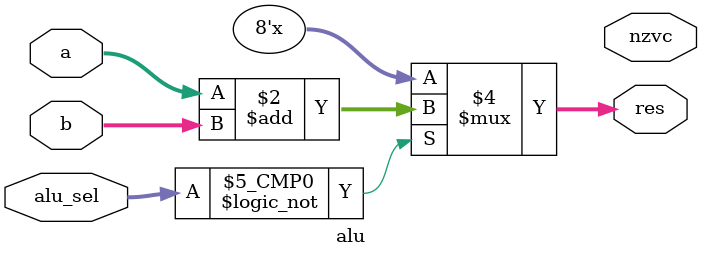
<source format=v>
`timescale 1ns / 1ps

module alu(
    input wire [7:0] a, b,
    input wire [2:0] alu_sel,
    output reg [7:0] res,
    output reg [3:0] nzvc
    );

always@(a, b, alu_sel)
begin
    //TODO: complete all case.
    case(alu_sel)
        3'b00:
        begin
            res = a + b;
        end
    
    endcase
end

endmodule

</source>
